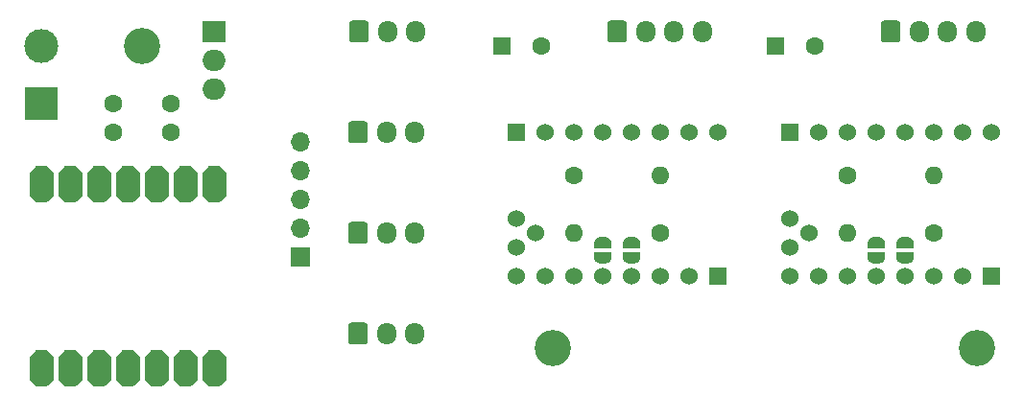
<source format=gbs>
G04 #@! TF.GenerationSoftware,KiCad,Pcbnew,(5.1.9)-1*
G04 #@! TF.CreationDate,2021-06-24T09:40:01+02:00*
G04 #@! TF.ProjectId,ercf-easy-brd,65726366-2d65-4617-9379-2d6272642e6b,v1.1*
G04 #@! TF.SameCoordinates,Original*
G04 #@! TF.FileFunction,Soldermask,Bot*
G04 #@! TF.FilePolarity,Negative*
%FSLAX46Y46*%
G04 Gerber Fmt 4.6, Leading zero omitted, Abs format (unit mm)*
G04 Created by KiCad (PCBNEW (5.1.9)-1) date 2021-06-24 09:40:01*
%MOMM*%
%LPD*%
G01*
G04 APERTURE LIST*
%ADD10R,1.524000X1.524000*%
%ADD11C,1.524000*%
%ADD12C,0.100000*%
%ADD13O,1.700000X1.700000*%
%ADD14R,1.700000X1.700000*%
%ADD15C,3.000000*%
%ADD16R,3.000000X3.000000*%
%ADD17O,1.700000X1.950000*%
%ADD18C,3.200000*%
%ADD19C,1.600000*%
%ADD20R,2.000000X1.905000*%
%ADD21O,2.000000X1.905000*%
%ADD22O,1.600000X1.600000*%
%ADD23R,1.600000X1.600000*%
G04 APERTURE END LIST*
D10*
X140970000Y-133350000D03*
D11*
X138430000Y-133350000D03*
X135890000Y-133350000D03*
X133350000Y-133350000D03*
X130810000Y-133350000D03*
X128270000Y-133350000D03*
X125730000Y-133350000D03*
X123190000Y-133350000D03*
D10*
X123190000Y-120650000D03*
D11*
X125730000Y-120650000D03*
X128270000Y-120650000D03*
X130810000Y-120650000D03*
X133350000Y-120650000D03*
X135890000Y-120650000D03*
X138430000Y-120650000D03*
X140970000Y-120650000D03*
X123190000Y-130810000D03*
X123190000Y-128270000D03*
X124841000Y-129540000D03*
D10*
X165100000Y-133350000D03*
D11*
X162560000Y-133350000D03*
X160020000Y-133350000D03*
X157480000Y-133350000D03*
X154940000Y-133350000D03*
X152400000Y-133350000D03*
X149860000Y-133350000D03*
X147320000Y-133350000D03*
D10*
X147320000Y-120650000D03*
D11*
X149860000Y-120650000D03*
X152400000Y-120650000D03*
X154940000Y-120650000D03*
X157480000Y-120650000D03*
X160020000Y-120650000D03*
X162560000Y-120650000D03*
X165100000Y-120650000D03*
X147320000Y-130810000D03*
X147320000Y-128270000D03*
X148971000Y-129540000D03*
D12*
G36*
X80214961Y-124196245D02*
G01*
X80217806Y-124186866D01*
X80222427Y-124178221D01*
X80228645Y-124170645D01*
X80736645Y-123662645D01*
X80744221Y-123656427D01*
X80752866Y-123651806D01*
X80762245Y-123648961D01*
X80772000Y-123648000D01*
X81788000Y-123648000D01*
X81797755Y-123648961D01*
X81807134Y-123651806D01*
X81815779Y-123656427D01*
X81823355Y-123662645D01*
X82331355Y-124170645D01*
X82337573Y-124178221D01*
X82342194Y-124186866D01*
X82345039Y-124196245D01*
X82346000Y-124206000D01*
X82346000Y-126238000D01*
X82345039Y-126247755D01*
X82342194Y-126257134D01*
X82337573Y-126265779D01*
X82331355Y-126273355D01*
X81823355Y-126781355D01*
X81815779Y-126787573D01*
X81807134Y-126792194D01*
X81797755Y-126795039D01*
X81788000Y-126796000D01*
X80772000Y-126796000D01*
X80762245Y-126795039D01*
X80752866Y-126792194D01*
X80744221Y-126787573D01*
X80736645Y-126781355D01*
X80228645Y-126273355D01*
X80222427Y-126265779D01*
X80217806Y-126257134D01*
X80214961Y-126247755D01*
X80214000Y-126238000D01*
X80214000Y-124206000D01*
X80214961Y-124196245D01*
G37*
G36*
X85294961Y-124196245D02*
G01*
X85297806Y-124186866D01*
X85302427Y-124178221D01*
X85308645Y-124170645D01*
X85816645Y-123662645D01*
X85824221Y-123656427D01*
X85832866Y-123651806D01*
X85842245Y-123648961D01*
X85852000Y-123648000D01*
X86868000Y-123648000D01*
X86877755Y-123648961D01*
X86887134Y-123651806D01*
X86895779Y-123656427D01*
X86903355Y-123662645D01*
X87411355Y-124170645D01*
X87417573Y-124178221D01*
X87422194Y-124186866D01*
X87425039Y-124196245D01*
X87426000Y-124206000D01*
X87426000Y-126238000D01*
X87425039Y-126247755D01*
X87422194Y-126257134D01*
X87417573Y-126265779D01*
X87411355Y-126273355D01*
X86903355Y-126781355D01*
X86895779Y-126787573D01*
X86887134Y-126792194D01*
X86877755Y-126795039D01*
X86868000Y-126796000D01*
X85852000Y-126796000D01*
X85842245Y-126795039D01*
X85832866Y-126792194D01*
X85824221Y-126787573D01*
X85816645Y-126781355D01*
X85308645Y-126273355D01*
X85302427Y-126265779D01*
X85297806Y-126257134D01*
X85294961Y-126247755D01*
X85294000Y-126238000D01*
X85294000Y-124206000D01*
X85294961Y-124196245D01*
G37*
G36*
X82754961Y-124196245D02*
G01*
X82757806Y-124186866D01*
X82762427Y-124178221D01*
X82768645Y-124170645D01*
X83276645Y-123662645D01*
X83284221Y-123656427D01*
X83292866Y-123651806D01*
X83302245Y-123648961D01*
X83312000Y-123648000D01*
X84328000Y-123648000D01*
X84337755Y-123648961D01*
X84347134Y-123651806D01*
X84355779Y-123656427D01*
X84363355Y-123662645D01*
X84871355Y-124170645D01*
X84877573Y-124178221D01*
X84882194Y-124186866D01*
X84885039Y-124196245D01*
X84886000Y-124206000D01*
X84886000Y-126238000D01*
X84885039Y-126247755D01*
X84882194Y-126257134D01*
X84877573Y-126265779D01*
X84871355Y-126273355D01*
X84363355Y-126781355D01*
X84355779Y-126787573D01*
X84347134Y-126792194D01*
X84337755Y-126795039D01*
X84328000Y-126796000D01*
X83312000Y-126796000D01*
X83302245Y-126795039D01*
X83292866Y-126792194D01*
X83284221Y-126787573D01*
X83276645Y-126781355D01*
X82768645Y-126273355D01*
X82762427Y-126265779D01*
X82757806Y-126257134D01*
X82754961Y-126247755D01*
X82754000Y-126238000D01*
X82754000Y-124206000D01*
X82754961Y-124196245D01*
G37*
G36*
X87834961Y-124196245D02*
G01*
X87837806Y-124186866D01*
X87842427Y-124178221D01*
X87848645Y-124170645D01*
X88356645Y-123662645D01*
X88364221Y-123656427D01*
X88372866Y-123651806D01*
X88382245Y-123648961D01*
X88392000Y-123648000D01*
X89408000Y-123648000D01*
X89417755Y-123648961D01*
X89427134Y-123651806D01*
X89435779Y-123656427D01*
X89443355Y-123662645D01*
X89951355Y-124170645D01*
X89957573Y-124178221D01*
X89962194Y-124186866D01*
X89965039Y-124196245D01*
X89966000Y-124206000D01*
X89966000Y-126238000D01*
X89965039Y-126247755D01*
X89962194Y-126257134D01*
X89957573Y-126265779D01*
X89951355Y-126273355D01*
X89443355Y-126781355D01*
X89435779Y-126787573D01*
X89427134Y-126792194D01*
X89417755Y-126795039D01*
X89408000Y-126796000D01*
X88392000Y-126796000D01*
X88382245Y-126795039D01*
X88372866Y-126792194D01*
X88364221Y-126787573D01*
X88356645Y-126781355D01*
X87848645Y-126273355D01*
X87842427Y-126265779D01*
X87837806Y-126257134D01*
X87834961Y-126247755D01*
X87834000Y-126238000D01*
X87834000Y-124206000D01*
X87834961Y-124196245D01*
G37*
G36*
X95454961Y-124196245D02*
G01*
X95457806Y-124186866D01*
X95462427Y-124178221D01*
X95468645Y-124170645D01*
X95976645Y-123662645D01*
X95984221Y-123656427D01*
X95992866Y-123651806D01*
X96002245Y-123648961D01*
X96012000Y-123648000D01*
X97028000Y-123648000D01*
X97037755Y-123648961D01*
X97047134Y-123651806D01*
X97055779Y-123656427D01*
X97063355Y-123662645D01*
X97571355Y-124170645D01*
X97577573Y-124178221D01*
X97582194Y-124186866D01*
X97585039Y-124196245D01*
X97586000Y-124206000D01*
X97586000Y-126238000D01*
X97585039Y-126247755D01*
X97582194Y-126257134D01*
X97577573Y-126265779D01*
X97571355Y-126273355D01*
X97063355Y-126781355D01*
X97055779Y-126787573D01*
X97047134Y-126792194D01*
X97037755Y-126795039D01*
X97028000Y-126796000D01*
X96012000Y-126796000D01*
X96002245Y-126795039D01*
X95992866Y-126792194D01*
X95984221Y-126787573D01*
X95976645Y-126781355D01*
X95468645Y-126273355D01*
X95462427Y-126265779D01*
X95457806Y-126257134D01*
X95454961Y-126247755D01*
X95454000Y-126238000D01*
X95454000Y-124206000D01*
X95454961Y-124196245D01*
G37*
G36*
X92914961Y-124196245D02*
G01*
X92917806Y-124186866D01*
X92922427Y-124178221D01*
X92928645Y-124170645D01*
X93436645Y-123662645D01*
X93444221Y-123656427D01*
X93452866Y-123651806D01*
X93462245Y-123648961D01*
X93472000Y-123648000D01*
X94488000Y-123648000D01*
X94497755Y-123648961D01*
X94507134Y-123651806D01*
X94515779Y-123656427D01*
X94523355Y-123662645D01*
X95031355Y-124170645D01*
X95037573Y-124178221D01*
X95042194Y-124186866D01*
X95045039Y-124196245D01*
X95046000Y-124206000D01*
X95046000Y-126238000D01*
X95045039Y-126247755D01*
X95042194Y-126257134D01*
X95037573Y-126265779D01*
X95031355Y-126273355D01*
X94523355Y-126781355D01*
X94515779Y-126787573D01*
X94507134Y-126792194D01*
X94497755Y-126795039D01*
X94488000Y-126796000D01*
X93472000Y-126796000D01*
X93462245Y-126795039D01*
X93452866Y-126792194D01*
X93444221Y-126787573D01*
X93436645Y-126781355D01*
X92928645Y-126273355D01*
X92922427Y-126265779D01*
X92917806Y-126257134D01*
X92914961Y-126247755D01*
X92914000Y-126238000D01*
X92914000Y-124206000D01*
X92914961Y-124196245D01*
G37*
G36*
X90374961Y-124196245D02*
G01*
X90377806Y-124186866D01*
X90382427Y-124178221D01*
X90388645Y-124170645D01*
X90896645Y-123662645D01*
X90904221Y-123656427D01*
X90912866Y-123651806D01*
X90922245Y-123648961D01*
X90932000Y-123648000D01*
X91948000Y-123648000D01*
X91957755Y-123648961D01*
X91967134Y-123651806D01*
X91975779Y-123656427D01*
X91983355Y-123662645D01*
X92491355Y-124170645D01*
X92497573Y-124178221D01*
X92502194Y-124186866D01*
X92505039Y-124196245D01*
X92506000Y-124206000D01*
X92506000Y-126238000D01*
X92505039Y-126247755D01*
X92502194Y-126257134D01*
X92497573Y-126265779D01*
X92491355Y-126273355D01*
X91983355Y-126781355D01*
X91975779Y-126787573D01*
X91967134Y-126792194D01*
X91957755Y-126795039D01*
X91948000Y-126796000D01*
X90932000Y-126796000D01*
X90922245Y-126795039D01*
X90912866Y-126792194D01*
X90904221Y-126787573D01*
X90896645Y-126781355D01*
X90388645Y-126273355D01*
X90382427Y-126265779D01*
X90377806Y-126257134D01*
X90374961Y-126247755D01*
X90374000Y-126238000D01*
X90374000Y-124206000D01*
X90374961Y-124196245D01*
G37*
G36*
X95454961Y-140452245D02*
G01*
X95457806Y-140442866D01*
X95462427Y-140434221D01*
X95468645Y-140426645D01*
X95976645Y-139918645D01*
X95984221Y-139912427D01*
X95992866Y-139907806D01*
X96002245Y-139904961D01*
X96012000Y-139904000D01*
X97028000Y-139904000D01*
X97037755Y-139904961D01*
X97047134Y-139907806D01*
X97055779Y-139912427D01*
X97063355Y-139918645D01*
X97571355Y-140426645D01*
X97577573Y-140434221D01*
X97582194Y-140442866D01*
X97585039Y-140452245D01*
X97586000Y-140462000D01*
X97586000Y-142494000D01*
X97585039Y-142503755D01*
X97582194Y-142513134D01*
X97577573Y-142521779D01*
X97571355Y-142529355D01*
X97063355Y-143037355D01*
X97055779Y-143043573D01*
X97047134Y-143048194D01*
X97037755Y-143051039D01*
X97028000Y-143052000D01*
X96012000Y-143052000D01*
X96002245Y-143051039D01*
X95992866Y-143048194D01*
X95984221Y-143043573D01*
X95976645Y-143037355D01*
X95468645Y-142529355D01*
X95462427Y-142521779D01*
X95457806Y-142513134D01*
X95454961Y-142503755D01*
X95454000Y-142494000D01*
X95454000Y-140462000D01*
X95454961Y-140452245D01*
G37*
G36*
X92914961Y-140452245D02*
G01*
X92917806Y-140442866D01*
X92922427Y-140434221D01*
X92928645Y-140426645D01*
X93436645Y-139918645D01*
X93444221Y-139912427D01*
X93452866Y-139907806D01*
X93462245Y-139904961D01*
X93472000Y-139904000D01*
X94488000Y-139904000D01*
X94497755Y-139904961D01*
X94507134Y-139907806D01*
X94515779Y-139912427D01*
X94523355Y-139918645D01*
X95031355Y-140426645D01*
X95037573Y-140434221D01*
X95042194Y-140442866D01*
X95045039Y-140452245D01*
X95046000Y-140462000D01*
X95046000Y-142494000D01*
X95045039Y-142503755D01*
X95042194Y-142513134D01*
X95037573Y-142521779D01*
X95031355Y-142529355D01*
X94523355Y-143037355D01*
X94515779Y-143043573D01*
X94507134Y-143048194D01*
X94497755Y-143051039D01*
X94488000Y-143052000D01*
X93472000Y-143052000D01*
X93462245Y-143051039D01*
X93452866Y-143048194D01*
X93444221Y-143043573D01*
X93436645Y-143037355D01*
X92928645Y-142529355D01*
X92922427Y-142521779D01*
X92917806Y-142513134D01*
X92914961Y-142503755D01*
X92914000Y-142494000D01*
X92914000Y-140462000D01*
X92914961Y-140452245D01*
G37*
G36*
X90374961Y-140452245D02*
G01*
X90377806Y-140442866D01*
X90382427Y-140434221D01*
X90388645Y-140426645D01*
X90896645Y-139918645D01*
X90904221Y-139912427D01*
X90912866Y-139907806D01*
X90922245Y-139904961D01*
X90932000Y-139904000D01*
X91948000Y-139904000D01*
X91957755Y-139904961D01*
X91967134Y-139907806D01*
X91975779Y-139912427D01*
X91983355Y-139918645D01*
X92491355Y-140426645D01*
X92497573Y-140434221D01*
X92502194Y-140442866D01*
X92505039Y-140452245D01*
X92506000Y-140462000D01*
X92506000Y-142494000D01*
X92505039Y-142503755D01*
X92502194Y-142513134D01*
X92497573Y-142521779D01*
X92491355Y-142529355D01*
X91983355Y-143037355D01*
X91975779Y-143043573D01*
X91967134Y-143048194D01*
X91957755Y-143051039D01*
X91948000Y-143052000D01*
X90932000Y-143052000D01*
X90922245Y-143051039D01*
X90912866Y-143048194D01*
X90904221Y-143043573D01*
X90896645Y-143037355D01*
X90388645Y-142529355D01*
X90382427Y-142521779D01*
X90377806Y-142513134D01*
X90374961Y-142503755D01*
X90374000Y-142494000D01*
X90374000Y-140462000D01*
X90374961Y-140452245D01*
G37*
G36*
X80214961Y-140452245D02*
G01*
X80217806Y-140442866D01*
X80222427Y-140434221D01*
X80228645Y-140426645D01*
X80736645Y-139918645D01*
X80744221Y-139912427D01*
X80752866Y-139907806D01*
X80762245Y-139904961D01*
X80772000Y-139904000D01*
X81788000Y-139904000D01*
X81797755Y-139904961D01*
X81807134Y-139907806D01*
X81815779Y-139912427D01*
X81823355Y-139918645D01*
X82331355Y-140426645D01*
X82337573Y-140434221D01*
X82342194Y-140442866D01*
X82345039Y-140452245D01*
X82346000Y-140462000D01*
X82346000Y-142494000D01*
X82345039Y-142503755D01*
X82342194Y-142513134D01*
X82337573Y-142521779D01*
X82331355Y-142529355D01*
X81823355Y-143037355D01*
X81815779Y-143043573D01*
X81807134Y-143048194D01*
X81797755Y-143051039D01*
X81788000Y-143052000D01*
X80772000Y-143052000D01*
X80762245Y-143051039D01*
X80752866Y-143048194D01*
X80744221Y-143043573D01*
X80736645Y-143037355D01*
X80228645Y-142529355D01*
X80222427Y-142521779D01*
X80217806Y-142513134D01*
X80214961Y-142503755D01*
X80214000Y-142494000D01*
X80214000Y-140462000D01*
X80214961Y-140452245D01*
G37*
G36*
X82754961Y-140452245D02*
G01*
X82757806Y-140442866D01*
X82762427Y-140434221D01*
X82768645Y-140426645D01*
X83276645Y-139918645D01*
X83284221Y-139912427D01*
X83292866Y-139907806D01*
X83302245Y-139904961D01*
X83312000Y-139904000D01*
X84328000Y-139904000D01*
X84337755Y-139904961D01*
X84347134Y-139907806D01*
X84355779Y-139912427D01*
X84363355Y-139918645D01*
X84871355Y-140426645D01*
X84877573Y-140434221D01*
X84882194Y-140442866D01*
X84885039Y-140452245D01*
X84886000Y-140462000D01*
X84886000Y-142494000D01*
X84885039Y-142503755D01*
X84882194Y-142513134D01*
X84877573Y-142521779D01*
X84871355Y-142529355D01*
X84363355Y-143037355D01*
X84355779Y-143043573D01*
X84347134Y-143048194D01*
X84337755Y-143051039D01*
X84328000Y-143052000D01*
X83312000Y-143052000D01*
X83302245Y-143051039D01*
X83292866Y-143048194D01*
X83284221Y-143043573D01*
X83276645Y-143037355D01*
X82768645Y-142529355D01*
X82762427Y-142521779D01*
X82757806Y-142513134D01*
X82754961Y-142503755D01*
X82754000Y-142494000D01*
X82754000Y-140462000D01*
X82754961Y-140452245D01*
G37*
G36*
X85294961Y-140452245D02*
G01*
X85297806Y-140442866D01*
X85302427Y-140434221D01*
X85308645Y-140426645D01*
X85816645Y-139918645D01*
X85824221Y-139912427D01*
X85832866Y-139907806D01*
X85842245Y-139904961D01*
X85852000Y-139904000D01*
X86868000Y-139904000D01*
X86877755Y-139904961D01*
X86887134Y-139907806D01*
X86895779Y-139912427D01*
X86903355Y-139918645D01*
X87411355Y-140426645D01*
X87417573Y-140434221D01*
X87422194Y-140442866D01*
X87425039Y-140452245D01*
X87426000Y-140462000D01*
X87426000Y-142494000D01*
X87425039Y-142503755D01*
X87422194Y-142513134D01*
X87417573Y-142521779D01*
X87411355Y-142529355D01*
X86903355Y-143037355D01*
X86895779Y-143043573D01*
X86887134Y-143048194D01*
X86877755Y-143051039D01*
X86868000Y-143052000D01*
X85852000Y-143052000D01*
X85842245Y-143051039D01*
X85832866Y-143048194D01*
X85824221Y-143043573D01*
X85816645Y-143037355D01*
X85308645Y-142529355D01*
X85302427Y-142521779D01*
X85297806Y-142513134D01*
X85294961Y-142503755D01*
X85294000Y-142494000D01*
X85294000Y-140462000D01*
X85294961Y-140452245D01*
G37*
G36*
X87834961Y-140452245D02*
G01*
X87837806Y-140442866D01*
X87842427Y-140434221D01*
X87848645Y-140426645D01*
X88356645Y-139918645D01*
X88364221Y-139912427D01*
X88372866Y-139907806D01*
X88382245Y-139904961D01*
X88392000Y-139904000D01*
X89408000Y-139904000D01*
X89417755Y-139904961D01*
X89427134Y-139907806D01*
X89435779Y-139912427D01*
X89443355Y-139918645D01*
X89951355Y-140426645D01*
X89957573Y-140434221D01*
X89962194Y-140442866D01*
X89965039Y-140452245D01*
X89966000Y-140462000D01*
X89966000Y-142494000D01*
X89965039Y-142503755D01*
X89962194Y-142513134D01*
X89957573Y-142521779D01*
X89951355Y-142529355D01*
X89443355Y-143037355D01*
X89435779Y-143043573D01*
X89427134Y-143048194D01*
X89417755Y-143051039D01*
X89408000Y-143052000D01*
X88392000Y-143052000D01*
X88382245Y-143051039D01*
X88372866Y-143048194D01*
X88364221Y-143043573D01*
X88356645Y-143037355D01*
X87848645Y-142529355D01*
X87842427Y-142521779D01*
X87837806Y-142513134D01*
X87834961Y-142503755D01*
X87834000Y-142494000D01*
X87834000Y-140462000D01*
X87834961Y-140452245D01*
G37*
D13*
X104140000Y-121539000D03*
X104140000Y-124079000D03*
X104140000Y-126619000D03*
X104140000Y-129159000D03*
D14*
X104140000Y-131699000D03*
D15*
X81280000Y-113030000D03*
D16*
X81280000Y-118110000D03*
D12*
G36*
X130060000Y-130914000D02*
G01*
X130060000Y-130414000D01*
X130060602Y-130414000D01*
X130060602Y-130389466D01*
X130065412Y-130340635D01*
X130074984Y-130292510D01*
X130089228Y-130245555D01*
X130108005Y-130200222D01*
X130131136Y-130156949D01*
X130158396Y-130116150D01*
X130189524Y-130078221D01*
X130224221Y-130043524D01*
X130262150Y-130012396D01*
X130302949Y-129985136D01*
X130346222Y-129962005D01*
X130391555Y-129943228D01*
X130438510Y-129928984D01*
X130486635Y-129919412D01*
X130535466Y-129914602D01*
X130560000Y-129914602D01*
X130560000Y-129914000D01*
X131060000Y-129914000D01*
X131060000Y-129914602D01*
X131084534Y-129914602D01*
X131133365Y-129919412D01*
X131181490Y-129928984D01*
X131228445Y-129943228D01*
X131273778Y-129962005D01*
X131317051Y-129985136D01*
X131357850Y-130012396D01*
X131395779Y-130043524D01*
X131430476Y-130078221D01*
X131461604Y-130116150D01*
X131488864Y-130156949D01*
X131511995Y-130200222D01*
X131530772Y-130245555D01*
X131545016Y-130292510D01*
X131554588Y-130340635D01*
X131559398Y-130389466D01*
X131559398Y-130414000D01*
X131560000Y-130414000D01*
X131560000Y-130914000D01*
X130060000Y-130914000D01*
G37*
G36*
X131559398Y-131714000D02*
G01*
X131559398Y-131738534D01*
X131554588Y-131787365D01*
X131545016Y-131835490D01*
X131530772Y-131882445D01*
X131511995Y-131927778D01*
X131488864Y-131971051D01*
X131461604Y-132011850D01*
X131430476Y-132049779D01*
X131395779Y-132084476D01*
X131357850Y-132115604D01*
X131317051Y-132142864D01*
X131273778Y-132165995D01*
X131228445Y-132184772D01*
X131181490Y-132199016D01*
X131133365Y-132208588D01*
X131084534Y-132213398D01*
X131060000Y-132213398D01*
X131060000Y-132214000D01*
X130560000Y-132214000D01*
X130560000Y-132213398D01*
X130535466Y-132213398D01*
X130486635Y-132208588D01*
X130438510Y-132199016D01*
X130391555Y-132184772D01*
X130346222Y-132165995D01*
X130302949Y-132142864D01*
X130262150Y-132115604D01*
X130224221Y-132084476D01*
X130189524Y-132049779D01*
X130158396Y-132011850D01*
X130131136Y-131971051D01*
X130108005Y-131927778D01*
X130089228Y-131882445D01*
X130074984Y-131835490D01*
X130065412Y-131787365D01*
X130060602Y-131738534D01*
X130060602Y-131714000D01*
X130060000Y-131714000D01*
X130060000Y-131214000D01*
X131560000Y-131214000D01*
X131560000Y-131714000D01*
X131559398Y-131714000D01*
G37*
G36*
X132600602Y-130414000D02*
G01*
X132600602Y-130389466D01*
X132605412Y-130340635D01*
X132614984Y-130292510D01*
X132629228Y-130245555D01*
X132648005Y-130200222D01*
X132671136Y-130156949D01*
X132698396Y-130116150D01*
X132729524Y-130078221D01*
X132764221Y-130043524D01*
X132802150Y-130012396D01*
X132842949Y-129985136D01*
X132886222Y-129962005D01*
X132931555Y-129943228D01*
X132978510Y-129928984D01*
X133026635Y-129919412D01*
X133075466Y-129914602D01*
X133100000Y-129914602D01*
X133100000Y-129914000D01*
X133600000Y-129914000D01*
X133600000Y-129914602D01*
X133624534Y-129914602D01*
X133673365Y-129919412D01*
X133721490Y-129928984D01*
X133768445Y-129943228D01*
X133813778Y-129962005D01*
X133857051Y-129985136D01*
X133897850Y-130012396D01*
X133935779Y-130043524D01*
X133970476Y-130078221D01*
X134001604Y-130116150D01*
X134028864Y-130156949D01*
X134051995Y-130200222D01*
X134070772Y-130245555D01*
X134085016Y-130292510D01*
X134094588Y-130340635D01*
X134099398Y-130389466D01*
X134099398Y-130414000D01*
X134100000Y-130414000D01*
X134100000Y-130914000D01*
X132600000Y-130914000D01*
X132600000Y-130414000D01*
X132600602Y-130414000D01*
G37*
G36*
X134100000Y-131214000D02*
G01*
X134100000Y-131714000D01*
X134099398Y-131714000D01*
X134099398Y-131738534D01*
X134094588Y-131787365D01*
X134085016Y-131835490D01*
X134070772Y-131882445D01*
X134051995Y-131927778D01*
X134028864Y-131971051D01*
X134001604Y-132011850D01*
X133970476Y-132049779D01*
X133935779Y-132084476D01*
X133897850Y-132115604D01*
X133857051Y-132142864D01*
X133813778Y-132165995D01*
X133768445Y-132184772D01*
X133721490Y-132199016D01*
X133673365Y-132208588D01*
X133624534Y-132213398D01*
X133600000Y-132213398D01*
X133600000Y-132214000D01*
X133100000Y-132214000D01*
X133100000Y-132213398D01*
X133075466Y-132213398D01*
X133026635Y-132208588D01*
X132978510Y-132199016D01*
X132931555Y-132184772D01*
X132886222Y-132165995D01*
X132842949Y-132142864D01*
X132802150Y-132115604D01*
X132764221Y-132084476D01*
X132729524Y-132049779D01*
X132698396Y-132011850D01*
X132671136Y-131971051D01*
X132648005Y-131927778D01*
X132629228Y-131882445D01*
X132614984Y-131835490D01*
X132605412Y-131787365D01*
X132600602Y-131738534D01*
X132600602Y-131714000D01*
X132600000Y-131714000D01*
X132600000Y-131214000D01*
X134100000Y-131214000D01*
G37*
G36*
X155689398Y-131714000D02*
G01*
X155689398Y-131738534D01*
X155684588Y-131787365D01*
X155675016Y-131835490D01*
X155660772Y-131882445D01*
X155641995Y-131927778D01*
X155618864Y-131971051D01*
X155591604Y-132011850D01*
X155560476Y-132049779D01*
X155525779Y-132084476D01*
X155487850Y-132115604D01*
X155447051Y-132142864D01*
X155403778Y-132165995D01*
X155358445Y-132184772D01*
X155311490Y-132199016D01*
X155263365Y-132208588D01*
X155214534Y-132213398D01*
X155190000Y-132213398D01*
X155190000Y-132214000D01*
X154690000Y-132214000D01*
X154690000Y-132213398D01*
X154665466Y-132213398D01*
X154616635Y-132208588D01*
X154568510Y-132199016D01*
X154521555Y-132184772D01*
X154476222Y-132165995D01*
X154432949Y-132142864D01*
X154392150Y-132115604D01*
X154354221Y-132084476D01*
X154319524Y-132049779D01*
X154288396Y-132011850D01*
X154261136Y-131971051D01*
X154238005Y-131927778D01*
X154219228Y-131882445D01*
X154204984Y-131835490D01*
X154195412Y-131787365D01*
X154190602Y-131738534D01*
X154190602Y-131714000D01*
X154190000Y-131714000D01*
X154190000Y-131214000D01*
X155690000Y-131214000D01*
X155690000Y-131714000D01*
X155689398Y-131714000D01*
G37*
G36*
X154190000Y-130914000D02*
G01*
X154190000Y-130414000D01*
X154190602Y-130414000D01*
X154190602Y-130389466D01*
X154195412Y-130340635D01*
X154204984Y-130292510D01*
X154219228Y-130245555D01*
X154238005Y-130200222D01*
X154261136Y-130156949D01*
X154288396Y-130116150D01*
X154319524Y-130078221D01*
X154354221Y-130043524D01*
X154392150Y-130012396D01*
X154432949Y-129985136D01*
X154476222Y-129962005D01*
X154521555Y-129943228D01*
X154568510Y-129928984D01*
X154616635Y-129919412D01*
X154665466Y-129914602D01*
X154690000Y-129914602D01*
X154690000Y-129914000D01*
X155190000Y-129914000D01*
X155190000Y-129914602D01*
X155214534Y-129914602D01*
X155263365Y-129919412D01*
X155311490Y-129928984D01*
X155358445Y-129943228D01*
X155403778Y-129962005D01*
X155447051Y-129985136D01*
X155487850Y-130012396D01*
X155525779Y-130043524D01*
X155560476Y-130078221D01*
X155591604Y-130116150D01*
X155618864Y-130156949D01*
X155641995Y-130200222D01*
X155660772Y-130245555D01*
X155675016Y-130292510D01*
X155684588Y-130340635D01*
X155689398Y-130389466D01*
X155689398Y-130414000D01*
X155690000Y-130414000D01*
X155690000Y-130914000D01*
X154190000Y-130914000D01*
G37*
G36*
X156730602Y-130414000D02*
G01*
X156730602Y-130389466D01*
X156735412Y-130340635D01*
X156744984Y-130292510D01*
X156759228Y-130245555D01*
X156778005Y-130200222D01*
X156801136Y-130156949D01*
X156828396Y-130116150D01*
X156859524Y-130078221D01*
X156894221Y-130043524D01*
X156932150Y-130012396D01*
X156972949Y-129985136D01*
X157016222Y-129962005D01*
X157061555Y-129943228D01*
X157108510Y-129928984D01*
X157156635Y-129919412D01*
X157205466Y-129914602D01*
X157230000Y-129914602D01*
X157230000Y-129914000D01*
X157730000Y-129914000D01*
X157730000Y-129914602D01*
X157754534Y-129914602D01*
X157803365Y-129919412D01*
X157851490Y-129928984D01*
X157898445Y-129943228D01*
X157943778Y-129962005D01*
X157987051Y-129985136D01*
X158027850Y-130012396D01*
X158065779Y-130043524D01*
X158100476Y-130078221D01*
X158131604Y-130116150D01*
X158158864Y-130156949D01*
X158181995Y-130200222D01*
X158200772Y-130245555D01*
X158215016Y-130292510D01*
X158224588Y-130340635D01*
X158229398Y-130389466D01*
X158229398Y-130414000D01*
X158230000Y-130414000D01*
X158230000Y-130914000D01*
X156730000Y-130914000D01*
X156730000Y-130414000D01*
X156730602Y-130414000D01*
G37*
G36*
X158230000Y-131214000D02*
G01*
X158230000Y-131714000D01*
X158229398Y-131714000D01*
X158229398Y-131738534D01*
X158224588Y-131787365D01*
X158215016Y-131835490D01*
X158200772Y-131882445D01*
X158181995Y-131927778D01*
X158158864Y-131971051D01*
X158131604Y-132011850D01*
X158100476Y-132049779D01*
X158065779Y-132084476D01*
X158027850Y-132115604D01*
X157987051Y-132142864D01*
X157943778Y-132165995D01*
X157898445Y-132184772D01*
X157851490Y-132199016D01*
X157803365Y-132208588D01*
X157754534Y-132213398D01*
X157730000Y-132213398D01*
X157730000Y-132214000D01*
X157230000Y-132214000D01*
X157230000Y-132213398D01*
X157205466Y-132213398D01*
X157156635Y-132208588D01*
X157108510Y-132199016D01*
X157061555Y-132184772D01*
X157016222Y-132165995D01*
X156972949Y-132142864D01*
X156932150Y-132115604D01*
X156894221Y-132084476D01*
X156859524Y-132049779D01*
X156828396Y-132011850D01*
X156801136Y-131971051D01*
X156778005Y-131927778D01*
X156759228Y-131882445D01*
X156744984Y-131835490D01*
X156735412Y-131787365D01*
X156730602Y-131738534D01*
X156730602Y-131714000D01*
X156730000Y-131714000D01*
X156730000Y-131214000D01*
X158230000Y-131214000D01*
G37*
D17*
X114220000Y-129540000D03*
X111720000Y-129540000D03*
G36*
G01*
X108370000Y-130265000D02*
X108370000Y-128815000D01*
G75*
G02*
X108620000Y-128565000I250000J0D01*
G01*
X109820000Y-128565000D01*
G75*
G02*
X110070000Y-128815000I0J-250000D01*
G01*
X110070000Y-130265000D01*
G75*
G02*
X109820000Y-130515000I-250000J0D01*
G01*
X108620000Y-130515000D01*
G75*
G02*
X108370000Y-130265000I0J250000D01*
G01*
G37*
D18*
X126365000Y-139700000D03*
D19*
X92710000Y-118110000D03*
X92710000Y-120610000D03*
D20*
X96520000Y-111760000D03*
D21*
X96520000Y-114300000D03*
X96520000Y-116840000D03*
D22*
X135890000Y-124460000D03*
D19*
X128270000Y-124460000D03*
D22*
X160020000Y-124460000D03*
D19*
X152400000Y-124460000D03*
D22*
X128270000Y-129540000D03*
D19*
X135890000Y-129540000D03*
D22*
X152400000Y-129540000D03*
D19*
X160020000Y-129540000D03*
G36*
G01*
X131230000Y-112485000D02*
X131230000Y-111035000D01*
G75*
G02*
X131480000Y-110785000I250000J0D01*
G01*
X132680000Y-110785000D01*
G75*
G02*
X132930000Y-111035000I0J-250000D01*
G01*
X132930000Y-112485000D01*
G75*
G02*
X132680000Y-112735000I-250000J0D01*
G01*
X131480000Y-112735000D01*
G75*
G02*
X131230000Y-112485000I0J250000D01*
G01*
G37*
D17*
X134580000Y-111760000D03*
X137080000Y-111760000D03*
X139580000Y-111760000D03*
X163710000Y-111760000D03*
X161210000Y-111760000D03*
X158710000Y-111760000D03*
G36*
G01*
X155360000Y-112485000D02*
X155360000Y-111035000D01*
G75*
G02*
X155610000Y-110785000I250000J0D01*
G01*
X156810000Y-110785000D01*
G75*
G02*
X157060000Y-111035000I0J-250000D01*
G01*
X157060000Y-112485000D01*
G75*
G02*
X156810000Y-112735000I-250000J0D01*
G01*
X155610000Y-112735000D01*
G75*
G02*
X155360000Y-112485000I0J250000D01*
G01*
G37*
X114220000Y-120650000D03*
X111720000Y-120650000D03*
G36*
G01*
X108370000Y-121375000D02*
X108370000Y-119925000D01*
G75*
G02*
X108620000Y-119675000I250000J0D01*
G01*
X109820000Y-119675000D01*
G75*
G02*
X110070000Y-119925000I0J-250000D01*
G01*
X110070000Y-121375000D01*
G75*
G02*
X109820000Y-121625000I-250000J0D01*
G01*
X108620000Y-121625000D01*
G75*
G02*
X108370000Y-121375000I0J250000D01*
G01*
G37*
X114220000Y-138430000D03*
X111720000Y-138430000D03*
G36*
G01*
X108370000Y-139155000D02*
X108370000Y-137705000D01*
G75*
G02*
X108620000Y-137455000I250000J0D01*
G01*
X109820000Y-137455000D01*
G75*
G02*
X110070000Y-137705000I0J-250000D01*
G01*
X110070000Y-139155000D01*
G75*
G02*
X109820000Y-139405000I-250000J0D01*
G01*
X108620000Y-139405000D01*
G75*
G02*
X108370000Y-139155000I0J250000D01*
G01*
G37*
X114300000Y-111760000D03*
X111800000Y-111760000D03*
G36*
G01*
X108450000Y-112485000D02*
X108450000Y-111035000D01*
G75*
G02*
X108700000Y-110785000I250000J0D01*
G01*
X109900000Y-110785000D01*
G75*
G02*
X110150000Y-111035000I0J-250000D01*
G01*
X110150000Y-112485000D01*
G75*
G02*
X109900000Y-112735000I-250000J0D01*
G01*
X108700000Y-112735000D01*
G75*
G02*
X108450000Y-112485000I0J250000D01*
G01*
G37*
D18*
X90170000Y-113030000D03*
X163830000Y-139700000D03*
D19*
X125420000Y-113030000D03*
D23*
X121920000Y-113030000D03*
D19*
X149550000Y-113030000D03*
D23*
X146050000Y-113030000D03*
D19*
X87630000Y-120610000D03*
X87630000Y-118110000D03*
M02*

</source>
